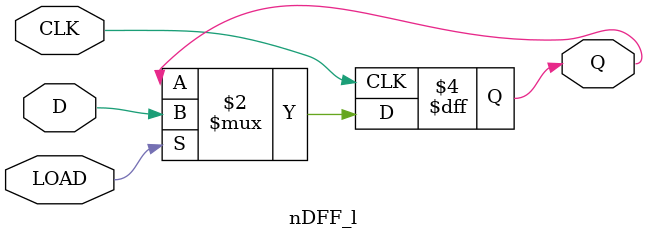
<source format=v>
/**@file
 * Cell - DFF (D Flip Flop) with sync Load Port
 */

/***************************************************************************/
/*  Nano-cpu 32000 (High-Performance Superscalar Processor)                */
/*                                                                         */
/*  Copyright (C) 2019 cassuto <psc-system@outlook.com>, China.            */
/*  This project is free edition; you can redistribute it and/or           */
/*  modify it under the terms of the GNU Lesser General Public             */
/*  License(GPL) as published by the Free Software Foundation; either      */
/*  version 2.1 of the License, or (at your option) any later version.     */
/*                                                                         */
/*  This project is distributed in the hope that it will be useful,        */
/*  but WITHOUT ANY WARRANTY; without even the implied warranty of         */
/*  MERCHANTABILITY or FITNESS FOR A PARTICULAR PURPOSE.  See the GNU      */
/*  Lesser General Public License for more details.                        */
/***************************************************************************/

`include "ncpu32k_config.h"

module nDFF_l # (
   parameter DW = 1 // Data Width in bits
)
(
   input CLK,
   input LOAD,
   input [DW-1:0] D, // Data input
   output reg [DW-1:0] Q // Data output
);
   always @(posedge CLK) begin
      if (LOAD)
`ifdef SYNTHESIS
         Q <= D;
`else
         Q <= #1 D;
`endif
   end

   // synthesis translate_off
`ifndef SYNTHESIS

   // Assertions
`ifdef NCPU_ENABLE_ASSERT
`ifdef NCPU_CHECK_X
   always @(posedge CLK) begin
      if((^D) === 1'bx)
         $fatal ("\n DFF: uncertain state! \n");
   end
`endif
`endif

`endif
   // synthesis translate_on

endmodule

</source>
